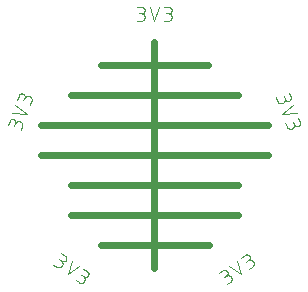
<source format=gbr>
G04 EAGLE Gerber RS-274X export*
G75*
%MOMM*%
%FSLAX34Y34*%
%LPD*%
%INSilkscreen Top*%
%IPPOS*%
%AMOC8*
5,1,8,0,0,1.08239X$1,22.5*%
G01*
%ADD10C,0.101600*%
%ADD11C,0.609600*%


D10*
X331524Y459658D02*
X334770Y459658D01*
X334883Y459660D01*
X334996Y459666D01*
X335109Y459676D01*
X335222Y459690D01*
X335334Y459707D01*
X335445Y459729D01*
X335555Y459754D01*
X335665Y459784D01*
X335773Y459817D01*
X335880Y459854D01*
X335986Y459894D01*
X336090Y459939D01*
X336193Y459987D01*
X336294Y460038D01*
X336393Y460093D01*
X336490Y460151D01*
X336585Y460213D01*
X336678Y460278D01*
X336768Y460346D01*
X336856Y460417D01*
X336942Y460492D01*
X337025Y460569D01*
X337105Y460649D01*
X337182Y460732D01*
X337257Y460818D01*
X337328Y460906D01*
X337396Y460996D01*
X337461Y461089D01*
X337523Y461184D01*
X337581Y461281D01*
X337636Y461380D01*
X337687Y461481D01*
X337735Y461584D01*
X337780Y461688D01*
X337820Y461794D01*
X337857Y461901D01*
X337890Y462009D01*
X337920Y462119D01*
X337945Y462229D01*
X337967Y462340D01*
X337984Y462452D01*
X337998Y462565D01*
X338008Y462678D01*
X338014Y462791D01*
X338016Y462904D01*
X338014Y463017D01*
X338008Y463130D01*
X337998Y463243D01*
X337984Y463356D01*
X337967Y463468D01*
X337945Y463579D01*
X337920Y463689D01*
X337890Y463799D01*
X337857Y463907D01*
X337820Y464014D01*
X337780Y464120D01*
X337735Y464224D01*
X337687Y464327D01*
X337636Y464428D01*
X337581Y464527D01*
X337523Y464624D01*
X337461Y464719D01*
X337396Y464812D01*
X337328Y464902D01*
X337257Y464990D01*
X337182Y465076D01*
X337105Y465159D01*
X337025Y465239D01*
X336942Y465316D01*
X336856Y465391D01*
X336768Y465462D01*
X336678Y465530D01*
X336585Y465595D01*
X336490Y465657D01*
X336393Y465715D01*
X336294Y465770D01*
X336193Y465821D01*
X336090Y465869D01*
X335986Y465914D01*
X335880Y465954D01*
X335773Y465991D01*
X335665Y466024D01*
X335555Y466054D01*
X335445Y466079D01*
X335334Y466101D01*
X335222Y466118D01*
X335109Y466132D01*
X334996Y466142D01*
X334883Y466148D01*
X334770Y466150D01*
X335419Y471342D02*
X331524Y471342D01*
X335419Y471342D02*
X335520Y471340D01*
X335620Y471334D01*
X335720Y471324D01*
X335820Y471311D01*
X335919Y471293D01*
X336018Y471272D01*
X336115Y471247D01*
X336212Y471218D01*
X336307Y471185D01*
X336401Y471149D01*
X336493Y471109D01*
X336584Y471066D01*
X336673Y471019D01*
X336760Y470969D01*
X336846Y470915D01*
X336929Y470858D01*
X337009Y470798D01*
X337088Y470735D01*
X337164Y470668D01*
X337237Y470599D01*
X337307Y470527D01*
X337375Y470453D01*
X337440Y470376D01*
X337501Y470296D01*
X337560Y470214D01*
X337615Y470130D01*
X337667Y470044D01*
X337716Y469956D01*
X337761Y469866D01*
X337803Y469774D01*
X337841Y469681D01*
X337875Y469586D01*
X337906Y469491D01*
X337933Y469394D01*
X337956Y469296D01*
X337976Y469197D01*
X337991Y469097D01*
X338003Y468997D01*
X338011Y468897D01*
X338015Y468796D01*
X338015Y468696D01*
X338011Y468595D01*
X338003Y468495D01*
X337991Y468395D01*
X337976Y468295D01*
X337956Y468196D01*
X337933Y468098D01*
X337906Y468001D01*
X337875Y467906D01*
X337841Y467811D01*
X337803Y467718D01*
X337761Y467626D01*
X337716Y467536D01*
X337667Y467448D01*
X337615Y467362D01*
X337560Y467278D01*
X337501Y467196D01*
X337440Y467116D01*
X337375Y467039D01*
X337307Y466965D01*
X337237Y466893D01*
X337164Y466824D01*
X337088Y466757D01*
X337009Y466694D01*
X336929Y466634D01*
X336846Y466577D01*
X336760Y466523D01*
X336673Y466473D01*
X336584Y466426D01*
X336493Y466383D01*
X336401Y466343D01*
X336307Y466307D01*
X336212Y466274D01*
X336115Y466245D01*
X336018Y466220D01*
X335919Y466199D01*
X335820Y466181D01*
X335720Y466168D01*
X335620Y466158D01*
X335520Y466152D01*
X335419Y466150D01*
X335419Y466149D02*
X332823Y466149D01*
X342305Y471342D02*
X346200Y459658D01*
X350095Y471342D01*
X354384Y459658D02*
X357630Y459658D01*
X357743Y459660D01*
X357856Y459666D01*
X357969Y459676D01*
X358082Y459690D01*
X358194Y459707D01*
X358305Y459729D01*
X358415Y459754D01*
X358525Y459784D01*
X358633Y459817D01*
X358740Y459854D01*
X358846Y459894D01*
X358950Y459939D01*
X359053Y459987D01*
X359154Y460038D01*
X359253Y460093D01*
X359350Y460151D01*
X359445Y460213D01*
X359538Y460278D01*
X359628Y460346D01*
X359716Y460417D01*
X359802Y460492D01*
X359885Y460569D01*
X359965Y460649D01*
X360042Y460732D01*
X360117Y460818D01*
X360188Y460906D01*
X360256Y460996D01*
X360321Y461089D01*
X360383Y461184D01*
X360441Y461281D01*
X360496Y461380D01*
X360547Y461481D01*
X360595Y461584D01*
X360640Y461688D01*
X360680Y461794D01*
X360717Y461901D01*
X360750Y462009D01*
X360780Y462119D01*
X360805Y462229D01*
X360827Y462340D01*
X360844Y462452D01*
X360858Y462565D01*
X360868Y462678D01*
X360874Y462791D01*
X360876Y462904D01*
X360874Y463017D01*
X360868Y463130D01*
X360858Y463243D01*
X360844Y463356D01*
X360827Y463468D01*
X360805Y463579D01*
X360780Y463689D01*
X360750Y463799D01*
X360717Y463907D01*
X360680Y464014D01*
X360640Y464120D01*
X360595Y464224D01*
X360547Y464327D01*
X360496Y464428D01*
X360441Y464527D01*
X360383Y464624D01*
X360321Y464719D01*
X360256Y464812D01*
X360188Y464902D01*
X360117Y464990D01*
X360042Y465076D01*
X359965Y465159D01*
X359885Y465239D01*
X359802Y465316D01*
X359716Y465391D01*
X359628Y465462D01*
X359538Y465530D01*
X359445Y465595D01*
X359350Y465657D01*
X359253Y465715D01*
X359154Y465770D01*
X359053Y465821D01*
X358950Y465869D01*
X358846Y465914D01*
X358740Y465954D01*
X358633Y465991D01*
X358525Y466024D01*
X358415Y466054D01*
X358305Y466079D01*
X358194Y466101D01*
X358082Y466118D01*
X357969Y466132D01*
X357856Y466142D01*
X357743Y466148D01*
X357630Y466150D01*
X358279Y471342D02*
X354384Y471342D01*
X358279Y471342D02*
X358380Y471340D01*
X358480Y471334D01*
X358580Y471324D01*
X358680Y471311D01*
X358779Y471293D01*
X358878Y471272D01*
X358975Y471247D01*
X359072Y471218D01*
X359167Y471185D01*
X359261Y471149D01*
X359353Y471109D01*
X359444Y471066D01*
X359533Y471019D01*
X359620Y470969D01*
X359706Y470915D01*
X359789Y470858D01*
X359869Y470798D01*
X359948Y470735D01*
X360024Y470668D01*
X360097Y470599D01*
X360167Y470527D01*
X360235Y470453D01*
X360300Y470376D01*
X360361Y470296D01*
X360420Y470214D01*
X360475Y470130D01*
X360527Y470044D01*
X360576Y469956D01*
X360621Y469866D01*
X360663Y469774D01*
X360701Y469681D01*
X360735Y469586D01*
X360766Y469491D01*
X360793Y469394D01*
X360816Y469296D01*
X360836Y469197D01*
X360851Y469097D01*
X360863Y468997D01*
X360871Y468897D01*
X360875Y468796D01*
X360875Y468696D01*
X360871Y468595D01*
X360863Y468495D01*
X360851Y468395D01*
X360836Y468295D01*
X360816Y468196D01*
X360793Y468098D01*
X360766Y468001D01*
X360735Y467906D01*
X360701Y467811D01*
X360663Y467718D01*
X360621Y467626D01*
X360576Y467536D01*
X360527Y467448D01*
X360475Y467362D01*
X360420Y467278D01*
X360361Y467196D01*
X360300Y467116D01*
X360235Y467039D01*
X360167Y466965D01*
X360097Y466893D01*
X360024Y466824D01*
X359948Y466757D01*
X359869Y466694D01*
X359789Y466634D01*
X359706Y466577D01*
X359620Y466523D01*
X359533Y466473D01*
X359444Y466426D01*
X359353Y466383D01*
X359261Y466343D01*
X359167Y466307D01*
X359072Y466274D01*
X358975Y466245D01*
X358878Y466220D01*
X358779Y466199D01*
X358680Y466181D01*
X358580Y466168D01*
X358480Y466158D01*
X358380Y466152D01*
X358279Y466150D01*
X358279Y466149D02*
X355683Y466149D01*
X449191Y394892D02*
X450301Y391843D01*
X450341Y391737D01*
X450386Y391633D01*
X450434Y391530D01*
X450485Y391429D01*
X450540Y391330D01*
X450598Y391233D01*
X450660Y391138D01*
X450725Y391045D01*
X450793Y390955D01*
X450864Y390867D01*
X450939Y390781D01*
X451016Y390698D01*
X451096Y390618D01*
X451179Y390541D01*
X451265Y390466D01*
X451353Y390395D01*
X451443Y390327D01*
X451536Y390262D01*
X451631Y390200D01*
X451728Y390142D01*
X451827Y390087D01*
X451928Y390036D01*
X452031Y389988D01*
X452135Y389943D01*
X452241Y389903D01*
X452348Y389866D01*
X452456Y389833D01*
X452566Y389803D01*
X452676Y389778D01*
X452787Y389756D01*
X452899Y389739D01*
X453012Y389725D01*
X453125Y389715D01*
X453238Y389709D01*
X453351Y389707D01*
X453464Y389709D01*
X453577Y389715D01*
X453690Y389725D01*
X453803Y389739D01*
X453915Y389756D01*
X454026Y389778D01*
X454136Y389803D01*
X454246Y389833D01*
X454354Y389866D01*
X454461Y389903D01*
X454567Y389943D01*
X454671Y389988D01*
X454774Y390036D01*
X454875Y390087D01*
X454974Y390142D01*
X455071Y390200D01*
X455166Y390262D01*
X455259Y390327D01*
X455349Y390395D01*
X455437Y390466D01*
X455523Y390541D01*
X455606Y390618D01*
X455686Y390698D01*
X455763Y390781D01*
X455838Y390867D01*
X455909Y390955D01*
X455977Y391045D01*
X456042Y391138D01*
X456104Y391233D01*
X456162Y391330D01*
X456217Y391429D01*
X456268Y391530D01*
X456316Y391633D01*
X456361Y391737D01*
X456401Y391843D01*
X456438Y391950D01*
X456471Y392058D01*
X456501Y392168D01*
X456526Y392278D01*
X456548Y392389D01*
X456565Y392501D01*
X456579Y392614D01*
X456589Y392727D01*
X456595Y392840D01*
X456597Y392953D01*
X456595Y393066D01*
X456589Y393179D01*
X456579Y393292D01*
X456565Y393405D01*
X456548Y393517D01*
X456526Y393628D01*
X456501Y393738D01*
X456471Y393848D01*
X456438Y393956D01*
X456401Y394063D01*
X461502Y395229D02*
X460170Y398889D01*
X461501Y395229D02*
X461534Y395134D01*
X461563Y395037D01*
X461588Y394940D01*
X461609Y394841D01*
X461627Y394742D01*
X461640Y394642D01*
X461650Y394542D01*
X461656Y394442D01*
X461658Y394341D01*
X461656Y394240D01*
X461650Y394140D01*
X461640Y394040D01*
X461627Y393940D01*
X461609Y393841D01*
X461588Y393742D01*
X461563Y393645D01*
X461534Y393548D01*
X461501Y393453D01*
X461465Y393359D01*
X461425Y393267D01*
X461382Y393176D01*
X461335Y393087D01*
X461285Y393000D01*
X461231Y392914D01*
X461174Y392831D01*
X461114Y392751D01*
X461051Y392672D01*
X460984Y392596D01*
X460915Y392523D01*
X460843Y392453D01*
X460769Y392385D01*
X460692Y392320D01*
X460612Y392259D01*
X460530Y392200D01*
X460446Y392145D01*
X460360Y392093D01*
X460272Y392044D01*
X460182Y391999D01*
X460090Y391957D01*
X459997Y391919D01*
X459902Y391885D01*
X459807Y391854D01*
X459710Y391827D01*
X459612Y391804D01*
X459513Y391784D01*
X459413Y391769D01*
X459313Y391757D01*
X459213Y391749D01*
X459112Y391745D01*
X459012Y391745D01*
X458911Y391749D01*
X458811Y391757D01*
X458711Y391769D01*
X458611Y391784D01*
X458512Y391804D01*
X458414Y391827D01*
X458317Y391854D01*
X458222Y391885D01*
X458127Y391919D01*
X458034Y391957D01*
X457942Y391999D01*
X457852Y392044D01*
X457764Y392093D01*
X457678Y392145D01*
X457594Y392200D01*
X457512Y392259D01*
X457432Y392320D01*
X457355Y392385D01*
X457281Y392453D01*
X457209Y392523D01*
X457140Y392596D01*
X457073Y392672D01*
X457010Y392751D01*
X456950Y392831D01*
X456893Y392914D01*
X456839Y393000D01*
X456789Y393087D01*
X456742Y393176D01*
X456699Y393267D01*
X456659Y393359D01*
X456623Y393453D01*
X455735Y395893D01*
X463858Y388758D02*
X454210Y381102D01*
X466522Y381438D01*
X457009Y373411D02*
X458120Y370361D01*
X458119Y370361D02*
X458159Y370255D01*
X458204Y370151D01*
X458252Y370048D01*
X458303Y369947D01*
X458358Y369848D01*
X458416Y369751D01*
X458478Y369656D01*
X458543Y369563D01*
X458611Y369473D01*
X458682Y369385D01*
X458757Y369299D01*
X458834Y369216D01*
X458914Y369136D01*
X458997Y369059D01*
X459083Y368984D01*
X459171Y368913D01*
X459261Y368845D01*
X459354Y368780D01*
X459449Y368718D01*
X459546Y368660D01*
X459645Y368605D01*
X459746Y368554D01*
X459849Y368506D01*
X459953Y368461D01*
X460059Y368421D01*
X460166Y368384D01*
X460274Y368351D01*
X460384Y368321D01*
X460494Y368296D01*
X460605Y368274D01*
X460717Y368257D01*
X460830Y368243D01*
X460943Y368233D01*
X461056Y368227D01*
X461169Y368225D01*
X461282Y368227D01*
X461395Y368233D01*
X461508Y368243D01*
X461621Y368257D01*
X461733Y368274D01*
X461844Y368296D01*
X461954Y368321D01*
X462064Y368351D01*
X462172Y368384D01*
X462279Y368421D01*
X462385Y368461D01*
X462489Y368506D01*
X462592Y368554D01*
X462693Y368605D01*
X462792Y368660D01*
X462889Y368718D01*
X462984Y368780D01*
X463077Y368845D01*
X463167Y368913D01*
X463255Y368984D01*
X463341Y369059D01*
X463424Y369136D01*
X463504Y369216D01*
X463581Y369299D01*
X463656Y369385D01*
X463727Y369473D01*
X463795Y369563D01*
X463860Y369656D01*
X463922Y369751D01*
X463980Y369848D01*
X464035Y369947D01*
X464086Y370048D01*
X464134Y370151D01*
X464179Y370255D01*
X464219Y370361D01*
X464256Y370468D01*
X464289Y370576D01*
X464319Y370686D01*
X464344Y370796D01*
X464366Y370907D01*
X464383Y371019D01*
X464397Y371132D01*
X464407Y371245D01*
X464413Y371358D01*
X464415Y371471D01*
X464413Y371584D01*
X464407Y371697D01*
X464397Y371810D01*
X464383Y371923D01*
X464366Y372035D01*
X464344Y372146D01*
X464319Y372256D01*
X464289Y372366D01*
X464256Y372474D01*
X464219Y372581D01*
X469321Y373747D02*
X467989Y377407D01*
X469320Y373747D02*
X469353Y373652D01*
X469382Y373555D01*
X469407Y373458D01*
X469428Y373359D01*
X469446Y373260D01*
X469459Y373160D01*
X469469Y373060D01*
X469475Y372960D01*
X469477Y372859D01*
X469475Y372758D01*
X469469Y372658D01*
X469459Y372558D01*
X469446Y372458D01*
X469428Y372359D01*
X469407Y372260D01*
X469382Y372163D01*
X469353Y372066D01*
X469320Y371971D01*
X469284Y371877D01*
X469244Y371785D01*
X469201Y371694D01*
X469154Y371605D01*
X469104Y371518D01*
X469050Y371432D01*
X468993Y371349D01*
X468933Y371269D01*
X468870Y371190D01*
X468803Y371114D01*
X468734Y371041D01*
X468662Y370971D01*
X468588Y370903D01*
X468511Y370838D01*
X468431Y370777D01*
X468349Y370718D01*
X468265Y370663D01*
X468179Y370611D01*
X468091Y370562D01*
X468001Y370517D01*
X467909Y370475D01*
X467816Y370437D01*
X467721Y370403D01*
X467626Y370372D01*
X467529Y370345D01*
X467431Y370322D01*
X467332Y370302D01*
X467232Y370287D01*
X467132Y370275D01*
X467032Y370267D01*
X466931Y370263D01*
X466831Y370263D01*
X466730Y370267D01*
X466630Y370275D01*
X466530Y370287D01*
X466430Y370302D01*
X466331Y370322D01*
X466233Y370345D01*
X466136Y370372D01*
X466041Y370403D01*
X465946Y370437D01*
X465853Y370475D01*
X465761Y370517D01*
X465671Y370562D01*
X465583Y370611D01*
X465497Y370663D01*
X465413Y370718D01*
X465331Y370777D01*
X465251Y370838D01*
X465174Y370903D01*
X465100Y370971D01*
X465028Y371041D01*
X464959Y371114D01*
X464892Y371190D01*
X464829Y371269D01*
X464769Y371349D01*
X464712Y371432D01*
X464658Y371518D01*
X464608Y371605D01*
X464561Y371694D01*
X464518Y371785D01*
X464478Y371877D01*
X464442Y371971D01*
X464441Y371971D02*
X463553Y374411D01*
X410288Y238359D02*
X407629Y236497D01*
X410288Y238358D02*
X410379Y238425D01*
X410469Y238494D01*
X410556Y238567D01*
X410640Y238643D01*
X410721Y238722D01*
X410800Y238803D01*
X410876Y238887D01*
X410949Y238974D01*
X411018Y239064D01*
X411085Y239155D01*
X411148Y239249D01*
X411208Y239345D01*
X411265Y239443D01*
X411318Y239543D01*
X411368Y239645D01*
X411414Y239749D01*
X411456Y239854D01*
X411495Y239960D01*
X411530Y240068D01*
X411561Y240177D01*
X411589Y240287D01*
X411612Y240398D01*
X411632Y240509D01*
X411648Y240621D01*
X411660Y240734D01*
X411668Y240847D01*
X411672Y240960D01*
X411672Y241074D01*
X411668Y241187D01*
X411660Y241300D01*
X411648Y241413D01*
X411632Y241525D01*
X411612Y241636D01*
X411589Y241747D01*
X411561Y241857D01*
X411530Y241966D01*
X411495Y242074D01*
X411456Y242180D01*
X411414Y242285D01*
X411368Y242389D01*
X411318Y242491D01*
X411265Y242591D01*
X411208Y242689D01*
X411148Y242785D01*
X411085Y242879D01*
X411018Y242970D01*
X410949Y243060D01*
X410876Y243147D01*
X410800Y243231D01*
X410721Y243312D01*
X410640Y243391D01*
X410556Y243467D01*
X410469Y243540D01*
X410380Y243609D01*
X410288Y243676D01*
X410194Y243739D01*
X410098Y243799D01*
X410000Y243856D01*
X409900Y243909D01*
X409798Y243959D01*
X409694Y244005D01*
X409589Y244047D01*
X409483Y244086D01*
X409375Y244121D01*
X409266Y244152D01*
X409156Y244180D01*
X409045Y244203D01*
X408934Y244223D01*
X408822Y244239D01*
X408709Y244251D01*
X408596Y244259D01*
X408483Y244263D01*
X408369Y244263D01*
X408256Y244259D01*
X408143Y244251D01*
X408030Y244239D01*
X407918Y244223D01*
X407807Y244203D01*
X407696Y244180D01*
X407586Y244152D01*
X407477Y244121D01*
X407369Y244086D01*
X407263Y244047D01*
X407158Y244005D01*
X407054Y243959D01*
X406952Y243909D01*
X406852Y243856D01*
X406754Y243799D01*
X406658Y243739D01*
X406564Y243676D01*
X404118Y248302D02*
X400928Y246068D01*
X404118Y248302D02*
X404202Y248358D01*
X404287Y248411D01*
X404375Y248460D01*
X404464Y248506D01*
X404556Y248549D01*
X404649Y248588D01*
X404743Y248623D01*
X404838Y248655D01*
X404935Y248683D01*
X405033Y248707D01*
X405131Y248727D01*
X405231Y248744D01*
X405331Y248756D01*
X405431Y248765D01*
X405532Y248770D01*
X405632Y248771D01*
X405733Y248768D01*
X405833Y248761D01*
X405933Y248750D01*
X406033Y248736D01*
X406132Y248717D01*
X406230Y248695D01*
X406327Y248669D01*
X406424Y248639D01*
X406519Y248606D01*
X406612Y248569D01*
X406704Y248528D01*
X406795Y248483D01*
X406883Y248436D01*
X406970Y248384D01*
X407054Y248330D01*
X407137Y248272D01*
X407217Y248211D01*
X407295Y248147D01*
X407370Y248080D01*
X407443Y248011D01*
X407512Y247938D01*
X407579Y247863D01*
X407643Y247785D01*
X407704Y247705D01*
X407762Y247622D01*
X407816Y247538D01*
X407868Y247451D01*
X407915Y247363D01*
X407960Y247272D01*
X408001Y247180D01*
X408038Y247086D01*
X408071Y246992D01*
X408101Y246895D01*
X408127Y246798D01*
X408149Y246700D01*
X408168Y246601D01*
X408182Y246501D01*
X408193Y246401D01*
X408200Y246301D01*
X408203Y246200D01*
X408202Y246100D01*
X408197Y245999D01*
X408188Y245899D01*
X408176Y245799D01*
X408159Y245699D01*
X408139Y245601D01*
X408115Y245503D01*
X408087Y245406D01*
X408055Y245311D01*
X408020Y245217D01*
X407981Y245124D01*
X407938Y245032D01*
X407892Y244943D01*
X407843Y244855D01*
X407790Y244770D01*
X407734Y244686D01*
X407674Y244605D01*
X407612Y244526D01*
X407546Y244449D01*
X407478Y244375D01*
X407407Y244304D01*
X407333Y244236D01*
X407256Y244170D01*
X407177Y244108D01*
X407096Y244048D01*
X404970Y242559D01*
X409759Y252252D02*
X419651Y244914D01*
X416139Y256719D01*
X426355Y249609D02*
X429014Y251470D01*
X429105Y251537D01*
X429195Y251606D01*
X429282Y251679D01*
X429366Y251755D01*
X429447Y251834D01*
X429526Y251915D01*
X429602Y251999D01*
X429675Y252086D01*
X429744Y252176D01*
X429811Y252267D01*
X429874Y252361D01*
X429934Y252457D01*
X429991Y252555D01*
X430044Y252655D01*
X430094Y252757D01*
X430140Y252861D01*
X430182Y252966D01*
X430221Y253072D01*
X430256Y253180D01*
X430287Y253289D01*
X430315Y253399D01*
X430338Y253510D01*
X430358Y253621D01*
X430374Y253733D01*
X430386Y253846D01*
X430394Y253959D01*
X430398Y254072D01*
X430398Y254186D01*
X430394Y254299D01*
X430386Y254412D01*
X430374Y254525D01*
X430358Y254637D01*
X430338Y254748D01*
X430315Y254859D01*
X430287Y254969D01*
X430256Y255078D01*
X430221Y255186D01*
X430182Y255292D01*
X430140Y255397D01*
X430094Y255501D01*
X430044Y255603D01*
X429991Y255703D01*
X429934Y255801D01*
X429874Y255897D01*
X429811Y255991D01*
X429744Y256082D01*
X429675Y256172D01*
X429602Y256259D01*
X429526Y256343D01*
X429447Y256424D01*
X429366Y256503D01*
X429282Y256579D01*
X429195Y256652D01*
X429106Y256721D01*
X429014Y256788D01*
X428920Y256851D01*
X428824Y256911D01*
X428726Y256968D01*
X428626Y257021D01*
X428524Y257071D01*
X428420Y257117D01*
X428315Y257159D01*
X428209Y257198D01*
X428101Y257233D01*
X427992Y257264D01*
X427882Y257292D01*
X427771Y257315D01*
X427660Y257335D01*
X427548Y257351D01*
X427435Y257363D01*
X427322Y257371D01*
X427209Y257375D01*
X427095Y257375D01*
X426982Y257371D01*
X426869Y257363D01*
X426756Y257351D01*
X426644Y257335D01*
X426533Y257315D01*
X426422Y257292D01*
X426312Y257264D01*
X426203Y257233D01*
X426095Y257198D01*
X425989Y257159D01*
X425884Y257117D01*
X425780Y257071D01*
X425678Y257021D01*
X425578Y256968D01*
X425480Y256911D01*
X425384Y256851D01*
X425290Y256788D01*
X422844Y261414D02*
X419653Y259180D01*
X422844Y261414D02*
X422928Y261470D01*
X423013Y261523D01*
X423101Y261572D01*
X423190Y261618D01*
X423282Y261661D01*
X423375Y261700D01*
X423469Y261735D01*
X423564Y261767D01*
X423661Y261795D01*
X423759Y261819D01*
X423857Y261839D01*
X423957Y261856D01*
X424057Y261868D01*
X424157Y261877D01*
X424258Y261882D01*
X424358Y261883D01*
X424459Y261880D01*
X424559Y261873D01*
X424659Y261862D01*
X424759Y261848D01*
X424858Y261829D01*
X424956Y261807D01*
X425053Y261781D01*
X425150Y261751D01*
X425245Y261718D01*
X425338Y261681D01*
X425430Y261640D01*
X425521Y261595D01*
X425609Y261548D01*
X425696Y261496D01*
X425780Y261442D01*
X425863Y261384D01*
X425943Y261323D01*
X426021Y261259D01*
X426096Y261192D01*
X426169Y261123D01*
X426238Y261050D01*
X426305Y260975D01*
X426369Y260897D01*
X426430Y260817D01*
X426488Y260734D01*
X426542Y260650D01*
X426594Y260563D01*
X426641Y260475D01*
X426686Y260384D01*
X426727Y260292D01*
X426764Y260198D01*
X426797Y260104D01*
X426827Y260007D01*
X426853Y259910D01*
X426875Y259812D01*
X426894Y259713D01*
X426908Y259613D01*
X426919Y259513D01*
X426926Y259413D01*
X426929Y259312D01*
X426928Y259212D01*
X426923Y259111D01*
X426914Y259011D01*
X426902Y258911D01*
X426885Y258811D01*
X426865Y258713D01*
X426841Y258615D01*
X426813Y258518D01*
X426781Y258423D01*
X426746Y258329D01*
X426707Y258236D01*
X426664Y258144D01*
X426618Y258055D01*
X426569Y257967D01*
X426516Y257882D01*
X426460Y257798D01*
X426400Y257717D01*
X426338Y257638D01*
X426272Y257561D01*
X426204Y257487D01*
X426133Y257416D01*
X426059Y257348D01*
X425982Y257282D01*
X425903Y257220D01*
X425822Y257160D01*
X423695Y255671D01*
X263386Y251470D02*
X260728Y253332D01*
X263386Y251470D02*
X263480Y251407D01*
X263576Y251347D01*
X263674Y251290D01*
X263774Y251237D01*
X263876Y251187D01*
X263980Y251141D01*
X264085Y251099D01*
X264191Y251060D01*
X264299Y251025D01*
X264408Y250994D01*
X264518Y250966D01*
X264629Y250943D01*
X264740Y250923D01*
X264852Y250907D01*
X264965Y250895D01*
X265078Y250887D01*
X265191Y250883D01*
X265305Y250883D01*
X265418Y250887D01*
X265531Y250895D01*
X265644Y250907D01*
X265756Y250923D01*
X265867Y250943D01*
X265978Y250966D01*
X266088Y250994D01*
X266197Y251025D01*
X266305Y251060D01*
X266411Y251099D01*
X266516Y251141D01*
X266620Y251187D01*
X266722Y251237D01*
X266822Y251290D01*
X266920Y251347D01*
X267016Y251407D01*
X267110Y251470D01*
X267201Y251537D01*
X267291Y251606D01*
X267378Y251679D01*
X267462Y251755D01*
X267543Y251834D01*
X267622Y251915D01*
X267698Y251999D01*
X267771Y252086D01*
X267840Y252176D01*
X267907Y252267D01*
X267970Y252361D01*
X268030Y252457D01*
X268087Y252555D01*
X268140Y252655D01*
X268190Y252757D01*
X268236Y252861D01*
X268278Y252966D01*
X268317Y253072D01*
X268352Y253180D01*
X268383Y253289D01*
X268411Y253399D01*
X268434Y253510D01*
X268454Y253621D01*
X268470Y253733D01*
X268482Y253846D01*
X268490Y253959D01*
X268494Y254072D01*
X268494Y254186D01*
X268490Y254299D01*
X268482Y254412D01*
X268470Y254525D01*
X268454Y254637D01*
X268434Y254748D01*
X268411Y254859D01*
X268383Y254969D01*
X268352Y255078D01*
X268317Y255186D01*
X268278Y255292D01*
X268236Y255397D01*
X268190Y255501D01*
X268140Y255603D01*
X268087Y255703D01*
X268030Y255801D01*
X267970Y255897D01*
X267907Y255991D01*
X267840Y256082D01*
X267771Y256172D01*
X267698Y256259D01*
X267622Y256343D01*
X267543Y256424D01*
X267462Y256503D01*
X267378Y256579D01*
X267291Y256652D01*
X267202Y256721D01*
X267110Y256788D01*
X270620Y260669D02*
X267429Y262903D01*
X270619Y260669D02*
X270700Y260609D01*
X270779Y260547D01*
X270856Y260481D01*
X270930Y260413D01*
X271001Y260342D01*
X271069Y260268D01*
X271135Y260191D01*
X271197Y260112D01*
X271257Y260031D01*
X271313Y259947D01*
X271366Y259862D01*
X271415Y259774D01*
X271461Y259685D01*
X271504Y259593D01*
X271543Y259500D01*
X271578Y259406D01*
X271610Y259311D01*
X271638Y259214D01*
X271662Y259116D01*
X271682Y259018D01*
X271699Y258918D01*
X271711Y258818D01*
X271720Y258718D01*
X271725Y258618D01*
X271726Y258517D01*
X271723Y258416D01*
X271716Y258316D01*
X271705Y258216D01*
X271691Y258116D01*
X271672Y258017D01*
X271650Y257919D01*
X271624Y257822D01*
X271594Y257725D01*
X271561Y257631D01*
X271524Y257537D01*
X271483Y257445D01*
X271438Y257354D01*
X271391Y257266D01*
X271339Y257179D01*
X271285Y257095D01*
X271227Y257012D01*
X271166Y256932D01*
X271102Y256854D01*
X271035Y256779D01*
X270966Y256706D01*
X270893Y256637D01*
X270818Y256570D01*
X270740Y256506D01*
X270660Y256445D01*
X270577Y256387D01*
X270493Y256333D01*
X270406Y256281D01*
X270318Y256234D01*
X270227Y256189D01*
X270135Y256148D01*
X270041Y256111D01*
X269947Y256078D01*
X269850Y256048D01*
X269753Y256022D01*
X269655Y256000D01*
X269556Y255981D01*
X269456Y255967D01*
X269356Y255956D01*
X269256Y255949D01*
X269155Y255946D01*
X269054Y255947D01*
X268954Y255952D01*
X268854Y255961D01*
X268754Y255973D01*
X268654Y255990D01*
X268556Y256010D01*
X268458Y256034D01*
X268361Y256062D01*
X268266Y256094D01*
X268172Y256129D01*
X268079Y256168D01*
X267987Y256211D01*
X267898Y256257D01*
X267810Y256306D01*
X267725Y256359D01*
X267641Y256415D01*
X265514Y257905D01*
X276260Y256719D02*
X272749Y244914D01*
X282641Y252252D01*
X279453Y240220D02*
X282112Y238358D01*
X282206Y238295D01*
X282302Y238235D01*
X282400Y238178D01*
X282500Y238125D01*
X282602Y238075D01*
X282706Y238029D01*
X282811Y237987D01*
X282917Y237948D01*
X283025Y237913D01*
X283134Y237882D01*
X283244Y237854D01*
X283355Y237831D01*
X283466Y237811D01*
X283578Y237795D01*
X283691Y237783D01*
X283804Y237775D01*
X283917Y237771D01*
X284031Y237771D01*
X284144Y237775D01*
X284257Y237783D01*
X284370Y237795D01*
X284482Y237811D01*
X284593Y237831D01*
X284704Y237854D01*
X284814Y237882D01*
X284923Y237913D01*
X285031Y237948D01*
X285137Y237987D01*
X285242Y238029D01*
X285346Y238075D01*
X285448Y238125D01*
X285548Y238178D01*
X285646Y238235D01*
X285742Y238295D01*
X285836Y238358D01*
X285927Y238425D01*
X286017Y238494D01*
X286104Y238567D01*
X286188Y238643D01*
X286269Y238722D01*
X286348Y238803D01*
X286424Y238887D01*
X286497Y238974D01*
X286566Y239064D01*
X286633Y239155D01*
X286696Y239249D01*
X286756Y239345D01*
X286813Y239443D01*
X286866Y239543D01*
X286916Y239645D01*
X286962Y239749D01*
X287004Y239854D01*
X287043Y239960D01*
X287078Y240068D01*
X287109Y240177D01*
X287137Y240287D01*
X287160Y240398D01*
X287180Y240509D01*
X287196Y240621D01*
X287208Y240734D01*
X287216Y240847D01*
X287220Y240960D01*
X287220Y241074D01*
X287216Y241187D01*
X287208Y241300D01*
X287196Y241413D01*
X287180Y241525D01*
X287160Y241636D01*
X287137Y241747D01*
X287109Y241857D01*
X287078Y241966D01*
X287043Y242074D01*
X287004Y242180D01*
X286962Y242285D01*
X286916Y242389D01*
X286866Y242491D01*
X286813Y242591D01*
X286756Y242689D01*
X286696Y242785D01*
X286633Y242879D01*
X286566Y242970D01*
X286497Y243060D01*
X286424Y243147D01*
X286348Y243231D01*
X286269Y243312D01*
X286188Y243391D01*
X286104Y243467D01*
X286017Y243540D01*
X285928Y243609D01*
X285836Y243676D01*
X289345Y247557D02*
X286155Y249791D01*
X289345Y247557D02*
X289426Y247497D01*
X289505Y247435D01*
X289582Y247369D01*
X289656Y247301D01*
X289727Y247230D01*
X289795Y247156D01*
X289861Y247079D01*
X289923Y247000D01*
X289983Y246919D01*
X290039Y246835D01*
X290092Y246750D01*
X290141Y246662D01*
X290187Y246573D01*
X290230Y246481D01*
X290269Y246388D01*
X290304Y246294D01*
X290336Y246199D01*
X290364Y246102D01*
X290388Y246004D01*
X290408Y245906D01*
X290425Y245806D01*
X290437Y245706D01*
X290446Y245606D01*
X290451Y245506D01*
X290452Y245405D01*
X290449Y245304D01*
X290442Y245204D01*
X290431Y245104D01*
X290417Y245004D01*
X290398Y244905D01*
X290376Y244807D01*
X290350Y244710D01*
X290320Y244613D01*
X290287Y244519D01*
X290250Y244425D01*
X290209Y244333D01*
X290164Y244242D01*
X290117Y244154D01*
X290065Y244067D01*
X290011Y243983D01*
X289953Y243900D01*
X289892Y243820D01*
X289828Y243742D01*
X289761Y243667D01*
X289692Y243594D01*
X289619Y243525D01*
X289544Y243458D01*
X289466Y243394D01*
X289386Y243333D01*
X289303Y243275D01*
X289219Y243221D01*
X289132Y243169D01*
X289044Y243122D01*
X288953Y243077D01*
X288861Y243036D01*
X288767Y242999D01*
X288673Y242966D01*
X288576Y242936D01*
X288479Y242910D01*
X288381Y242888D01*
X288282Y242869D01*
X288182Y242855D01*
X288082Y242844D01*
X287982Y242837D01*
X287881Y242834D01*
X287780Y242835D01*
X287680Y242840D01*
X287580Y242849D01*
X287480Y242861D01*
X287380Y242878D01*
X287282Y242898D01*
X287184Y242922D01*
X287087Y242950D01*
X286992Y242982D01*
X286898Y243017D01*
X286805Y243056D01*
X286713Y243099D01*
X286624Y243145D01*
X286536Y243194D01*
X286451Y243247D01*
X286367Y243303D01*
X284240Y244793D01*
X233170Y367311D02*
X234280Y370361D01*
X234281Y370361D02*
X234318Y370468D01*
X234351Y370576D01*
X234381Y370686D01*
X234406Y370796D01*
X234428Y370907D01*
X234445Y371019D01*
X234459Y371132D01*
X234469Y371245D01*
X234475Y371358D01*
X234477Y371471D01*
X234475Y371584D01*
X234469Y371697D01*
X234459Y371810D01*
X234445Y371923D01*
X234428Y372035D01*
X234406Y372146D01*
X234381Y372256D01*
X234351Y372366D01*
X234318Y372474D01*
X234281Y372581D01*
X234241Y372687D01*
X234196Y372791D01*
X234148Y372894D01*
X234097Y372995D01*
X234042Y373094D01*
X233984Y373191D01*
X233922Y373286D01*
X233857Y373379D01*
X233789Y373469D01*
X233718Y373557D01*
X233643Y373643D01*
X233566Y373726D01*
X233486Y373806D01*
X233403Y373883D01*
X233317Y373958D01*
X233229Y374029D01*
X233139Y374097D01*
X233046Y374162D01*
X232951Y374224D01*
X232854Y374282D01*
X232755Y374337D01*
X232654Y374388D01*
X232551Y374436D01*
X232447Y374481D01*
X232341Y374521D01*
X232234Y374558D01*
X232126Y374591D01*
X232016Y374621D01*
X231906Y374646D01*
X231795Y374668D01*
X231683Y374685D01*
X231570Y374699D01*
X231457Y374709D01*
X231344Y374715D01*
X231231Y374717D01*
X231118Y374715D01*
X231005Y374709D01*
X230892Y374699D01*
X230779Y374685D01*
X230667Y374668D01*
X230556Y374646D01*
X230446Y374621D01*
X230336Y374591D01*
X230228Y374558D01*
X230121Y374521D01*
X230015Y374481D01*
X229911Y374436D01*
X229808Y374388D01*
X229707Y374337D01*
X229608Y374282D01*
X229511Y374224D01*
X229416Y374162D01*
X229323Y374097D01*
X229233Y374029D01*
X229145Y373958D01*
X229059Y373883D01*
X228976Y373806D01*
X228896Y373726D01*
X228819Y373643D01*
X228744Y373557D01*
X228673Y373469D01*
X228605Y373379D01*
X228540Y373286D01*
X228478Y373191D01*
X228420Y373094D01*
X228365Y372995D01*
X228314Y372894D01*
X228266Y372791D01*
X228221Y372687D01*
X228181Y372581D01*
X223523Y374967D02*
X222191Y371308D01*
X223524Y374967D02*
X223560Y375061D01*
X223600Y375153D01*
X223643Y375244D01*
X223690Y375333D01*
X223740Y375420D01*
X223794Y375506D01*
X223851Y375589D01*
X223911Y375669D01*
X223974Y375748D01*
X224041Y375824D01*
X224110Y375897D01*
X224182Y375967D01*
X224256Y376035D01*
X224333Y376100D01*
X224413Y376161D01*
X224495Y376220D01*
X224579Y376275D01*
X224665Y376327D01*
X224753Y376376D01*
X224843Y376421D01*
X224935Y376463D01*
X225028Y376501D01*
X225123Y376535D01*
X225218Y376566D01*
X225315Y376593D01*
X225413Y376616D01*
X225512Y376636D01*
X225612Y376651D01*
X225712Y376663D01*
X225812Y376671D01*
X225913Y376675D01*
X226013Y376675D01*
X226114Y376671D01*
X226214Y376663D01*
X226314Y376651D01*
X226414Y376636D01*
X226513Y376616D01*
X226611Y376593D01*
X226708Y376566D01*
X226803Y376535D01*
X226898Y376501D01*
X226991Y376463D01*
X227083Y376421D01*
X227173Y376376D01*
X227261Y376327D01*
X227347Y376275D01*
X227431Y376220D01*
X227513Y376161D01*
X227593Y376100D01*
X227670Y376035D01*
X227744Y375967D01*
X227816Y375897D01*
X227885Y375824D01*
X227952Y375748D01*
X228015Y375669D01*
X228075Y375589D01*
X228132Y375506D01*
X228186Y375420D01*
X228236Y375333D01*
X228283Y375244D01*
X228326Y375153D01*
X228366Y375061D01*
X228402Y374967D01*
X228435Y374872D01*
X228464Y374775D01*
X228489Y374678D01*
X228510Y374579D01*
X228528Y374480D01*
X228541Y374380D01*
X228551Y374280D01*
X228557Y374180D01*
X228559Y374079D01*
X228557Y373978D01*
X228551Y373878D01*
X228541Y373778D01*
X228528Y373678D01*
X228510Y373579D01*
X228489Y373480D01*
X228464Y373383D01*
X228435Y373286D01*
X228402Y373191D01*
X228403Y373191D02*
X227515Y370751D01*
X225878Y381438D02*
X238190Y381102D01*
X228542Y388758D01*
X240989Y388793D02*
X242099Y391842D01*
X242099Y391843D02*
X242136Y391950D01*
X242169Y392058D01*
X242199Y392168D01*
X242224Y392278D01*
X242246Y392389D01*
X242263Y392501D01*
X242277Y392614D01*
X242287Y392727D01*
X242293Y392840D01*
X242295Y392953D01*
X242293Y393066D01*
X242287Y393179D01*
X242277Y393292D01*
X242263Y393405D01*
X242246Y393517D01*
X242224Y393628D01*
X242199Y393738D01*
X242169Y393848D01*
X242136Y393956D01*
X242099Y394063D01*
X242059Y394169D01*
X242014Y394273D01*
X241966Y394376D01*
X241915Y394477D01*
X241860Y394576D01*
X241802Y394673D01*
X241740Y394768D01*
X241675Y394861D01*
X241607Y394951D01*
X241536Y395039D01*
X241461Y395125D01*
X241384Y395208D01*
X241304Y395288D01*
X241221Y395365D01*
X241135Y395440D01*
X241047Y395511D01*
X240957Y395579D01*
X240864Y395644D01*
X240769Y395706D01*
X240672Y395764D01*
X240573Y395819D01*
X240472Y395870D01*
X240369Y395918D01*
X240265Y395963D01*
X240159Y396003D01*
X240052Y396040D01*
X239944Y396073D01*
X239834Y396103D01*
X239724Y396128D01*
X239613Y396150D01*
X239501Y396167D01*
X239388Y396181D01*
X239275Y396191D01*
X239162Y396197D01*
X239049Y396199D01*
X238936Y396197D01*
X238823Y396191D01*
X238710Y396181D01*
X238597Y396167D01*
X238485Y396150D01*
X238374Y396128D01*
X238264Y396103D01*
X238154Y396073D01*
X238046Y396040D01*
X237939Y396003D01*
X237833Y395963D01*
X237729Y395918D01*
X237626Y395870D01*
X237525Y395819D01*
X237426Y395764D01*
X237329Y395706D01*
X237234Y395644D01*
X237141Y395579D01*
X237051Y395511D01*
X236963Y395440D01*
X236877Y395365D01*
X236794Y395288D01*
X236714Y395208D01*
X236637Y395125D01*
X236562Y395039D01*
X236491Y394951D01*
X236423Y394861D01*
X236358Y394768D01*
X236296Y394673D01*
X236238Y394576D01*
X236183Y394477D01*
X236132Y394376D01*
X236084Y394273D01*
X236039Y394169D01*
X235999Y394063D01*
X231342Y396449D02*
X230009Y392789D01*
X231342Y396449D02*
X231378Y396543D01*
X231418Y396635D01*
X231461Y396726D01*
X231508Y396815D01*
X231558Y396902D01*
X231612Y396988D01*
X231669Y397071D01*
X231729Y397151D01*
X231792Y397230D01*
X231859Y397306D01*
X231928Y397379D01*
X232000Y397449D01*
X232074Y397517D01*
X232151Y397582D01*
X232231Y397643D01*
X232313Y397702D01*
X232397Y397757D01*
X232483Y397809D01*
X232571Y397858D01*
X232661Y397903D01*
X232753Y397945D01*
X232846Y397983D01*
X232941Y398017D01*
X233036Y398048D01*
X233133Y398075D01*
X233231Y398098D01*
X233330Y398118D01*
X233430Y398133D01*
X233530Y398145D01*
X233630Y398153D01*
X233731Y398157D01*
X233831Y398157D01*
X233932Y398153D01*
X234032Y398145D01*
X234132Y398133D01*
X234232Y398118D01*
X234331Y398098D01*
X234429Y398075D01*
X234526Y398048D01*
X234621Y398017D01*
X234716Y397983D01*
X234809Y397945D01*
X234901Y397903D01*
X234991Y397858D01*
X235079Y397809D01*
X235165Y397757D01*
X235249Y397702D01*
X235331Y397643D01*
X235411Y397582D01*
X235488Y397517D01*
X235562Y397449D01*
X235634Y397379D01*
X235703Y397306D01*
X235770Y397230D01*
X235833Y397151D01*
X235893Y397071D01*
X235950Y396988D01*
X236004Y396902D01*
X236054Y396815D01*
X236101Y396726D01*
X236144Y396635D01*
X236184Y396543D01*
X236220Y396449D01*
X236253Y396354D01*
X236282Y396257D01*
X236307Y396160D01*
X236328Y396061D01*
X236346Y395962D01*
X236359Y395862D01*
X236369Y395762D01*
X236375Y395662D01*
X236377Y395561D01*
X236375Y395460D01*
X236369Y395360D01*
X236359Y395260D01*
X236346Y395160D01*
X236328Y395061D01*
X236307Y394962D01*
X236282Y394865D01*
X236253Y394768D01*
X236220Y394673D01*
X236221Y394673D02*
X235333Y392233D01*
D11*
X346202Y441960D02*
X346202Y250444D01*
X300990Y270002D02*
X392430Y270002D01*
X416560Y295402D02*
X275590Y295402D01*
X275590Y320802D02*
X416560Y320802D01*
X441960Y346202D02*
X250190Y346202D01*
X250190Y371602D02*
X441960Y371602D01*
X416560Y397002D02*
X275590Y397002D01*
X300990Y422402D02*
X391160Y422402D01*
M02*

</source>
